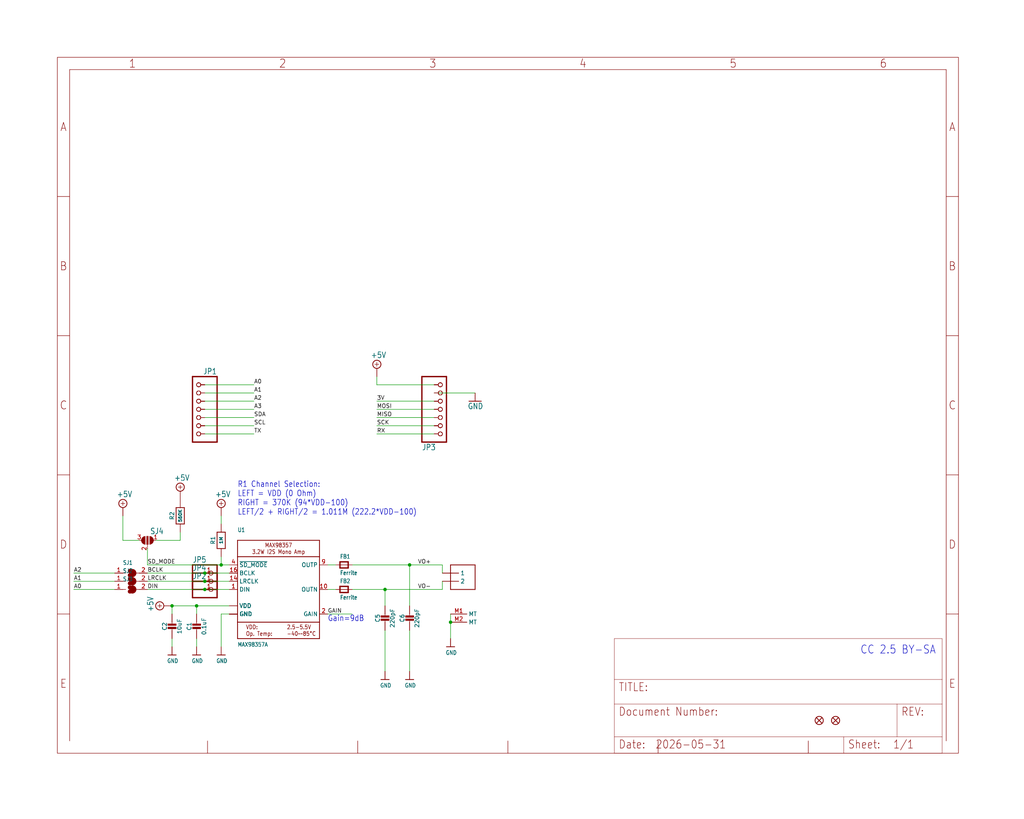
<source format=kicad_sch>
(kicad_sch (version 20230121) (generator eeschema)
  (paper "User" 317.5 254.127)
  (lib_symbols
    (symbol "working-eagle-import:+5V" (power)
      (property "Value" "+5V" (at -1.905 3.175 0))
      (symbol "+5V_1_0"
        (polyline (pts (xy -0.635 1.27) (xy 0.635 1.27)) (stroke (width 0.1524)))
        (polyline (pts (xy 0 0.635) (xy 0 1.905)) (stroke (width 0.1524)))
        (circle (center 0 1.27) (radius 1.27) (stroke (width 0.254)))
        (pin power_in line (at 0 -2.54 90) (length 2.54) (name "+5V") (number "1"))
      )
    )
    (symbol "working-eagle-import:AUDIOAMP_MAX98357"
      (property "Reference" "U" (at -12.7 17.78 0))
      (symbol "AUDIOAMP_MAX98357_1_0"
        (polyline (pts (xy -12.7 -15.24) (xy 12.7 -15.24)) (stroke (width 0.254)))
        (polyline (pts (xy -12.7 -10.16) (xy -12.7 -15.24)) (stroke (width 0.254)))
        (polyline (pts (xy -12.7 -10.16) (xy -12.7 10.16)) (stroke (width 0.254)))
        (polyline (pts (xy -12.7 10.16) (xy -12.7 15.24)) (stroke (width 0.254)))
        (polyline (pts (xy -12.7 10.16) (xy 12.7 10.16)) (stroke (width 0.254)))
        (polyline (pts (xy -12.7 15.24) (xy 12.7 15.24)) (stroke (width 0.254)))
        (polyline (pts (xy 12.7 -15.24) (xy 12.7 -10.16)) (stroke (width 0.254)))
        (polyline (pts (xy 12.7 -10.16) (xy -12.7 -10.16)) (stroke (width 0.254)))
        (polyline (pts (xy 12.7 10.16) (xy 12.7 -10.16)) (stroke (width 0.254)))
        (polyline (pts (xy 12.7 15.24) (xy 12.7 10.16)) (stroke (width 0.254)))
        (text "2.5-5.5V\n-40~~85°C" (at 2.54 -12.7 0) (effects (font (size 1.27 1.0795)) (justify left)))
        (text "MAX98357\n3.2W I2S Mono Amp" (at 0 12.7 0) (effects (font (size 1.27 1.0795))))
        (text "VDD:\nOp. Temp:" (at -10.16 -12.7 0) (effects (font (size 1.27 1.0795)) (justify left)))
        (pin bidirectional line (at -15.24 0 0) (length 2.54) (name "DIN") (number "1"))
        (pin output line (at 15.24 0 180) (length 2.54) (name "OUTN") (number "10"))
        (pin power_in line (at -15.24 -7.62 0) (length 2.54) (name "GND") (number "11"))
        (pin bidirectional line (at -15.24 2.54 0) (length 2.54) (name "LRCLK") (number "14"))
        (pin power_in line (at -15.24 -7.62 0) (length 2.54) (name "GND") (number "15"))
        (pin bidirectional line (at -15.24 5.08 0) (length 2.54) (name "BCLK") (number "16"))
        (pin bidirectional line (at 15.24 -7.62 180) (length 2.54) (name "GAIN") (number "2"))
        (pin power_in line (at -15.24 -7.62 0) (length 2.54) (name "GND") (number "3"))
        (pin bidirectional line (at -15.24 7.62 0) (length 2.54) (name "~{SD_MODE}") (number "4"))
        (pin power_in line (at -15.24 -5.08 0) (length 2.54) (name "VDD") (number "7"))
        (pin power_in line (at -15.24 -5.08 0) (length 2.54) (name "VDD") (number "8"))
        (pin output line (at 15.24 7.62 180) (length 2.54) (name "OUTP") (number "9"))
        (pin power_in line (at -15.24 -7.62 0) (length 2.54) (name "GND") (number "THERMAL"))
      )
    )
    (symbol "working-eagle-import:CAP_CERAMIC0603_NO"
      (property "Reference" "C" (at -2.29 1.25 90))
      (symbol "CAP_CERAMIC0603_NO_1_0"
        (rectangle (start -1.27 0.508) (end 1.27 1.016) (fill (type outline)))
        (rectangle (start -1.27 1.524) (end 1.27 2.032) (fill (type outline)))
        (polyline (pts (xy 0 0.762) (xy 0 0)) (stroke (width 0.1524)))
        (polyline (pts (xy 0 2.54) (xy 0 1.778)) (stroke (width 0.1524)))
        (pin passive line (at 0 5.08 270) (length 2.54) (name "1") (number "1"))
        (pin passive line (at 0 -2.54 90) (length 2.54) (name "2") (number "2"))
      )
    )
    (symbol "working-eagle-import:CAP_CERAMIC0805-NOOUTLINE"
      (property "Reference" "C" (at -2.29 1.25 90))
      (symbol "CAP_CERAMIC0805-NOOUTLINE_1_0"
        (rectangle (start -1.27 0.508) (end 1.27 1.016) (fill (type outline)))
        (rectangle (start -1.27 1.524) (end 1.27 2.032) (fill (type outline)))
        (polyline (pts (xy 0 0.762) (xy 0 0)) (stroke (width 0.1524)))
        (polyline (pts (xy 0 2.54) (xy 0 1.778)) (stroke (width 0.1524)))
        (pin passive line (at 0 5.08 270) (length 2.54) (name "1") (number "1"))
        (pin passive line (at 0 -2.54 90) (length 2.54) (name "2") (number "2"))
      )
    )
    (symbol "working-eagle-import:CON_MOLEX_2P"
      (symbol "CON_MOLEX_2P_1_0"
        (polyline (pts (xy -2.54 -2.54) (xy 5.08 -2.54)) (stroke (width 0.254)))
        (polyline (pts (xy -2.54 5.08) (xy -2.54 -2.54)) (stroke (width 0.254)))
        (polyline (pts (xy 5.08 -2.54) (xy 5.08 5.08)) (stroke (width 0.254)))
        (polyline (pts (xy 5.08 5.08) (xy -2.54 5.08)) (stroke (width 0.254)))
        (pin passive line (at -5.08 2.54 0) (length 5.08) (name "1") (number "1"))
        (pin passive line (at -5.08 0 0) (length 5.08) (name "2") (number "2"))
      )
      (symbol "CON_MOLEX_2P_2_0"
        (pin bidirectional line (at 0 0 0) (length 5.08) (name "MT") (number "M1"))
      )
      (symbol "CON_MOLEX_2P_3_0"
        (pin bidirectional line (at 0 0 0) (length 5.08) (name "MT") (number "M2"))
      )
    )
    (symbol "working-eagle-import:FERRITE-0603NO"
      (property "Reference" "FB" (at -1.27 1.905 0))
      (symbol "FERRITE-0603NO_1_0"
        (polyline (pts (xy -1.27 -0.9525) (xy -1.27 0.9525)) (stroke (width 0.4064)))
        (polyline (pts (xy -1.27 0.9525) (xy 1.27 0.9525)) (stroke (width 0.4064)))
        (polyline (pts (xy 1.27 -0.9525) (xy -1.27 -0.9525)) (stroke (width 0.4064)))
        (polyline (pts (xy 1.27 0.9525) (xy 1.27 -0.9525)) (stroke (width 0.4064)))
        (pin passive line (at -2.54 0 0) (length 2.54) (name "P$1") (number "1"))
        (pin passive line (at 2.54 0 180) (length 2.54) (name "P$2") (number "2"))
      )
    )
    (symbol "working-eagle-import:FIDUCIAL_1MM"
      (symbol "FIDUCIAL_1MM_1_0"
        (polyline (pts (xy -0.762 0.762) (xy 0.762 -0.762)) (stroke (width 0.254)))
        (polyline (pts (xy 0.762 0.762) (xy -0.762 -0.762)) (stroke (width 0.254)))
        (circle (center 0 0) (radius 1.27) (stroke (width 0.254)))
      )
    )
    (symbol "working-eagle-import:FRAME_A_L"
      (symbol "FRAME_A_L_1_0"
        (polyline (pts (xy 0 43.18) (xy 3.81 43.18)))
        (polyline (pts (xy 0 86.36) (xy 3.81 86.36)))
        (polyline (pts (xy 0 129.54) (xy 3.81 129.54)))
        (polyline (pts (xy 0 172.72) (xy 3.81 172.72)))
        (polyline (pts (xy 3.81 3.81) (xy 3.81 212.09)))
        (polyline (pts (xy 46.5667 0) (xy 46.5667 3.81)))
        (polyline (pts (xy 93.1333 0) (xy 93.1333 3.81)))
        (polyline (pts (xy 139.7 0) (xy 139.7 3.81)))
        (polyline (pts (xy 186.2667 0) (xy 186.2667 3.81)))
        (polyline (pts (xy 232.8333 0) (xy 232.8333 3.81)))
        (polyline (pts (xy 275.59 3.81) (xy 275.59 212.09)))
        (polyline (pts (xy 275.59 43.18) (xy 279.4 43.18)))
        (polyline (pts (xy 275.59 86.36) (xy 279.4 86.36)))
        (polyline (pts (xy 275.59 129.54) (xy 279.4 129.54)))
        (polyline (pts (xy 275.59 172.72) (xy 279.4 172.72)))
        (polyline (pts (xy 275.59 212.09) (xy 3.81 212.09)))
        (polyline (pts (xy 0 0) (xy 279.4 0) (xy 279.4 215.9) (xy 0 215.9) (xy 0 0)))
        (text "1" (at 23.2833 213.995 0) (effects (font (size 2.54 2.286))))
        (text "2" (at 69.85 213.995 0) (effects (font (size 2.54 2.286))))
        (text "3" (at 116.4167 213.995 0) (effects (font (size 2.54 2.286))))
        (text "4" (at 162.9833 213.995 0) (effects (font (size 2.54 2.286))))
        (text "5" (at 209.55 213.995 0) (effects (font (size 2.54 2.286))))
        (text "6" (at 256.1167 213.995 0) (effects (font (size 2.54 2.286))))
        (text "A" (at 1.905 194.31 0) (effects (font (size 2.54 2.286))))
        (text "A" (at 277.495 194.31 0) (effects (font (size 2.54 2.286))))
        (text "B" (at 1.905 151.13 0) (effects (font (size 2.54 2.286))))
        (text "B" (at 277.495 151.13 0) (effects (font (size 2.54 2.286))))
        (text "C" (at 1.905 107.95 0) (effects (font (size 2.54 2.286))))
        (text "C" (at 277.495 107.95 0) (effects (font (size 2.54 2.286))))
        (text "D" (at 1.905 64.77 0) (effects (font (size 2.54 2.286))))
        (text "D" (at 277.495 64.77 0) (effects (font (size 2.54 2.286))))
        (text "E" (at 1.905 21.59 0) (effects (font (size 2.54 2.286))))
        (text "E" (at 277.495 21.59 0) (effects (font (size 2.54 2.286))))
      )
      (symbol "FRAME_A_L_2_0"
        (polyline (pts (xy 0 0) (xy 0 5.08)) (stroke (width 0.1016)))
        (polyline (pts (xy 0 0) (xy 71.12 0)) (stroke (width 0.1016)))
        (polyline (pts (xy 0 5.08) (xy 0 15.24)) (stroke (width 0.1016)))
        (polyline (pts (xy 0 5.08) (xy 71.12 5.08)) (stroke (width 0.1016)))
        (polyline (pts (xy 0 15.24) (xy 0 22.86)) (stroke (width 0.1016)))
        (polyline (pts (xy 0 22.86) (xy 0 35.56)) (stroke (width 0.1016)))
        (polyline (pts (xy 0 22.86) (xy 101.6 22.86)) (stroke (width 0.1016)))
        (polyline (pts (xy 71.12 0) (xy 101.6 0)) (stroke (width 0.1016)))
        (polyline (pts (xy 71.12 5.08) (xy 71.12 0)) (stroke (width 0.1016)))
        (polyline (pts (xy 71.12 5.08) (xy 87.63 5.08)) (stroke (width 0.1016)))
        (polyline (pts (xy 87.63 5.08) (xy 101.6 5.08)) (stroke (width 0.1016)))
        (polyline (pts (xy 87.63 15.24) (xy 0 15.24)) (stroke (width 0.1016)))
        (polyline (pts (xy 87.63 15.24) (xy 87.63 5.08)) (stroke (width 0.1016)))
        (polyline (pts (xy 101.6 5.08) (xy 101.6 0)) (stroke (width 0.1016)))
        (polyline (pts (xy 101.6 15.24) (xy 87.63 15.24)) (stroke (width 0.1016)))
        (polyline (pts (xy 101.6 15.24) (xy 101.6 5.08)) (stroke (width 0.1016)))
        (polyline (pts (xy 101.6 22.86) (xy 101.6 15.24)) (stroke (width 0.1016)))
        (polyline (pts (xy 101.6 35.56) (xy 0 35.56)) (stroke (width 0.1016)))
        (polyline (pts (xy 101.6 35.56) (xy 101.6 22.86)) (stroke (width 0.1016)))
        (text "${#}/${##}" (at 86.36 1.27 0) (effects (font (size 2.54 2.159)) (justify left bottom)))
        (text "${CURRENT_DATE}" (at 12.7 1.27 0) (effects (font (size 2.54 2.159)) (justify left bottom)))
        (text "${PROJECTNAME}" (at 17.78 19.05 0) (effects (font (size 2.54 2.159)) (justify left bottom)))
        (text "Date:" (at 1.27 1.27 0) (effects (font (size 2.54 2.159)) (justify left bottom)))
        (text "Document Number:" (at 1.27 11.43 0) (effects (font (size 2.54 2.159)) (justify left bottom)))
        (text "REV:" (at 88.9 11.43 0) (effects (font (size 2.54 2.159)) (justify left bottom)))
        (text "Sheet:" (at 72.39 1.27 0) (effects (font (size 2.54 2.159)) (justify left bottom)))
        (text "TITLE:" (at 1.27 19.05 0) (effects (font (size 2.54 2.159)) (justify left bottom)))
      )
    )
    (symbol "working-eagle-import:GND" (power)
      (property "Value" "GND" (at -2.54 -2.54 0))
      (symbol "GND_1_0"
        (polyline (pts (xy -1.905 0) (xy 1.905 0)) (stroke (width 0.254)))
        (pin power_in line (at 0 2.54 270) (length 2.54) (name "GND") (number "1"))
      )
    )
    (symbol "working-eagle-import:HEADER-1X12MM"
      (property "Reference" "JP" (at -6.35 3.175 0))
      (symbol "HEADER-1X12MM_1_0"
        (polyline (pts (xy -6.35 -2.54) (xy 1.27 -2.54)) (stroke (width 0.4064)))
        (polyline (pts (xy -6.35 2.54) (xy -6.35 -2.54)) (stroke (width 0.4064)))
        (polyline (pts (xy 1.27 -2.54) (xy 1.27 2.54)) (stroke (width 0.4064)))
        (polyline (pts (xy 1.27 2.54) (xy -6.35 2.54)) (stroke (width 0.4064)))
        (pin passive inverted (at -2.54 0 0) (length 2.54) (name "1") (number "1"))
      )
    )
    (symbol "working-eagle-import:HEADER-1X7_CASTEL"
      (property "Reference" "JP" (at -6.35 10.795 0))
      (symbol "HEADER-1X7_CASTEL_1_0"
        (polyline (pts (xy -6.35 -10.16) (xy 1.27 -10.16)) (stroke (width 0.4064)))
        (polyline (pts (xy -6.35 10.16) (xy -6.35 -10.16)) (stroke (width 0.4064)))
        (polyline (pts (xy 1.27 -10.16) (xy 1.27 10.16)) (stroke (width 0.4064)))
        (polyline (pts (xy 1.27 10.16) (xy -6.35 10.16)) (stroke (width 0.4064)))
        (pin passive inverted (at -2.54 7.62 0) (length 2.54) (name "1") (number "1"))
        (pin passive inverted (at -2.54 7.62 0) (length 2.54) (name "1") (number "1C"))
        (pin passive inverted (at -2.54 5.08 0) (length 2.54) (name "2") (number "2"))
        (pin passive inverted (at -2.54 5.08 0) (length 2.54) (name "2") (number "2C"))
        (pin passive inverted (at -2.54 2.54 0) (length 2.54) (name "3") (number "3"))
        (pin passive inverted (at -2.54 2.54 0) (length 2.54) (name "3") (number "3C"))
        (pin passive inverted (at -2.54 0 0) (length 2.54) (name "4") (number "4"))
        (pin passive inverted (at -2.54 0 0) (length 2.54) (name "4") (number "4C"))
        (pin passive inverted (at -2.54 -2.54 0) (length 2.54) (name "5") (number "5"))
        (pin passive inverted (at -2.54 -2.54 0) (length 2.54) (name "5") (number "5C"))
        (pin passive inverted (at -2.54 -5.08 0) (length 2.54) (name "6") (number "6"))
        (pin passive inverted (at -2.54 -5.08 0) (length 2.54) (name "6") (number "6C"))
        (pin passive inverted (at -2.54 -7.62 0) (length 2.54) (name "7") (number "7"))
        (pin passive inverted (at -2.54 -7.62 0) (length 2.54) (name "7") (number "7C"))
      )
    )
    (symbol "working-eagle-import:RESISTOR_0603_NOOUT"
      (property "Reference" "R" (at 0 2.54 0))
      (symbol "RESISTOR_0603_NOOUT_1_0"
        (polyline (pts (xy -2.54 -1.27) (xy -2.54 1.27)) (stroke (width 0.254)))
        (polyline (pts (xy -2.54 1.27) (xy 2.54 1.27)) (stroke (width 0.254)))
        (polyline (pts (xy 2.54 -1.27) (xy -2.54 -1.27)) (stroke (width 0.254)))
        (polyline (pts (xy 2.54 1.27) (xy 2.54 -1.27)) (stroke (width 0.254)))
        (pin passive line (at -5.08 0 0) (length 2.54) (name "1") (number "1"))
        (pin passive line (at 5.08 0 180) (length 2.54) (name "2") (number "2"))
      )
    )
    (symbol "working-eagle-import:SOLDERJUMPERCLOSED"
      (property "Reference" "SJ" (at -2.54 2.54 0))
      (symbol "SOLDERJUMPERCLOSED_1_0"
        (arc (start -0.381 -0.635) (mid 0.2541 -0.0001) (end -0.3808 0.635) (stroke (width 1.27)))
        (polyline (pts (xy -2.54 0) (xy -1.651 0)) (stroke (width 0.1524)))
        (polyline (pts (xy 2.54 0) (xy 1.651 0)) (stroke (width 0.1524)))
        (arc (start 0.3808 -0.635) (mid 1.0132 -0.0001) (end 0.381 0.635) (stroke (width 1.27)))
        (pin passive line (at -5.08 0 0) (length 2.54) (name "1") (number "1"))
        (pin passive line (at 5.08 0 180) (length 2.54) (name "2") (number "2"))
      )
    )
    (symbol "working-eagle-import:SOLDERJUMPER_2WAY"
      (property "Reference" "SJ" (at -5.08 -3.81 0))
      (symbol "SOLDERJUMPER_2WAY_1_0"
        (arc (start -0.635 1.27) (mid -1.8995 0) (end -0.635 -1.27) (stroke (width 0.0001)) (fill (type outline)))
        (rectangle (start -0.254 -1.27) (end 0.254 1.27) (fill (type outline)))
        (polyline (pts (xy -2.54 0) (xy -1.651 0)) (stroke (width 0.1524)))
        (polyline (pts (xy 0 2.54) (xy 0 0.381)) (stroke (width 0.1524)))
        (polyline (pts (xy 2.54 0) (xy 1.651 0)) (stroke (width 0.1524)))
        (arc (start 0.635 -1.27) (mid 1.8995 0) (end 0.635 1.27) (stroke (width 0.0001)) (fill (type outline)))
        (pin passive line (at -2.54 0 0) (length 0) (name "1") (number "1"))
        (pin passive line (at 0 2.54 270) (length 0) (name "2") (number "2"))
        (pin passive line (at 2.54 0 180) (length 0) (name "3") (number "3"))
      )
    )
    (symbol "working-eagle-import:microbuilder_GND" (power)
      (property "Value" "microbuilder_GND" (at -1.524 -2.54 0))
      (symbol "microbuilder_GND_1_0"
        (polyline (pts (xy -1.27 0) (xy 1.27 0)) (stroke (width 0.254)))
        (pin power_in line (at 0 2.54 270) (length 2.54) (name "GND") (number "1"))
      )
    )
  )
  (junction (at 63.5 177.8))
  (junction (at 63.5 180.34))
  (junction (at 68.58 175.26))
  (junction (at 119.38 182.88))
  (junction (at 127 175.26))
  (junction (at 60.96 187.96))
  (junction (at 139.7 193.04))
  (junction (at 53.34 187.96))
  (junction (at 63.5 182.88))
  (wire (pts (xy 71.12 182.88) (xy 63.5 182.88)) (stroke (width 0.1524)))
  (wire (pts (xy 43.18 167.64) (xy 38.1 167.64)) (stroke (width 0.1524)))
  (wire (pts (xy 137.16 175.26) (xy 137.16 177.8)) (stroke (width 0.1524)))
  (wire (pts (xy 68.58 162.56) (xy 68.58 160.02)) (stroke (width 0.1524)))
  (wire (pts (xy 71.12 175.26) (xy 68.58 175.26)) (stroke (width 0.1524)))
  (wire (pts (xy 60.96 187.96) (xy 53.34 187.96)) (stroke (width 0.1524)))
  (wire (pts (xy 116.84 119.38) (xy 116.84 116.84)) (stroke (width 0.1524)))
  (wire (pts (xy 55.88 167.64) (xy 55.88 165.1)) (stroke (width 0.1524)))
  (wire (pts (xy 109.22 182.88) (xy 119.38 182.88)) (stroke (width 0.1524)))
  (wire (pts (xy 137.16 182.88) (xy 137.16 180.34)) (stroke (width 0.1524)))
  (wire (pts (xy 101.6 182.88) (xy 104.14 182.88)) (stroke (width 0.1524)))
  (wire (pts (xy 63.5 132.08) (xy 78.74 132.08)) (stroke (width 0.1524)))
  (wire (pts (xy 78.74 134.62) (xy 63.5 134.62)) (stroke (width 0.1524)))
  (wire (pts (xy 63.5 121.92) (xy 78.74 121.92)) (stroke (width 0.1524)))
  (wire (pts (xy 109.22 175.26) (xy 127 175.26)) (stroke (width 0.1524)))
  (wire (pts (xy 119.38 182.88) (xy 119.38 187.96)) (stroke (width 0.1524)))
  (wire (pts (xy 35.56 177.8) (xy 22.86 177.8)) (stroke (width 0.1524)))
  (wire (pts (xy 22.86 180.34) (xy 35.56 180.34)) (stroke (width 0.1524)))
  (wire (pts (xy 48.26 167.64) (xy 55.88 167.64)) (stroke (width 0.1524)))
  (wire (pts (xy 71.12 187.96) (xy 60.96 187.96)) (stroke (width 0.1524)))
  (wire (pts (xy 35.56 182.88) (xy 22.86 182.88)) (stroke (width 0.1524)))
  (wire (pts (xy 134.62 129.54) (xy 116.84 129.54)) (stroke (width 0.1524)))
  (wire (pts (xy 63.5 177.8) (xy 45.72 177.8)) (stroke (width 0.1524)))
  (wire (pts (xy 127 175.26) (xy 127 187.96)) (stroke (width 0.1524)))
  (wire (pts (xy 127 195.58) (xy 127 208.28)) (stroke (width 0.1524)))
  (wire (pts (xy 45.72 175.26) (xy 45.72 170.18)) (stroke (width 0.1524)))
  (wire (pts (xy 119.38 195.58) (xy 119.38 208.28)) (stroke (width 0.1524)))
  (wire (pts (xy 71.12 180.34) (xy 63.5 180.34)) (stroke (width 0.1524)))
  (wire (pts (xy 134.62 134.62) (xy 116.84 134.62)) (stroke (width 0.1524)))
  (wire (pts (xy 53.34 198.12) (xy 53.34 200.66)) (stroke (width 0.1524)))
  (wire (pts (xy 139.7 193.04) (xy 139.7 198.12)) (stroke (width 0.1524)))
  (wire (pts (xy 60.96 190.5) (xy 60.96 187.96)) (stroke (width 0.1524)))
  (wire (pts (xy 78.74 129.54) (xy 63.5 129.54)) (stroke (width 0.1524)))
  (wire (pts (xy 134.62 124.46) (xy 116.84 124.46)) (stroke (width 0.1524)))
  (wire (pts (xy 134.62 119.38) (xy 116.84 119.38)) (stroke (width 0.1524)))
  (wire (pts (xy 78.74 124.46) (xy 63.5 124.46)) (stroke (width 0.1524)))
  (wire (pts (xy 101.6 190.5) (xy 109.22 190.5)) (stroke (width 0.1524)))
  (wire (pts (xy 101.6 175.26) (xy 104.14 175.26)) (stroke (width 0.1524)))
  (wire (pts (xy 116.84 132.08) (xy 134.62 132.08)) (stroke (width 0.1524)))
  (wire (pts (xy 60.96 198.12) (xy 60.96 200.66)) (stroke (width 0.1524)))
  (wire (pts (xy 53.34 190.5) (xy 53.34 187.96)) (stroke (width 0.1524)))
  (wire (pts (xy 134.62 121.92) (xy 147.32 121.92)) (stroke (width 0.1524)))
  (wire (pts (xy 63.5 182.88) (xy 45.72 182.88)) (stroke (width 0.1524)))
  (wire (pts (xy 68.58 175.26) (xy 45.72 175.26)) (stroke (width 0.1524)))
  (wire (pts (xy 116.84 127) (xy 134.62 127)) (stroke (width 0.1524)))
  (wire (pts (xy 71.12 190.5) (xy 68.58 190.5)) (stroke (width 0.1524)))
  (wire (pts (xy 139.7 190.5) (xy 139.7 193.04)) (stroke (width 0.1524)))
  (wire (pts (xy 63.5 119.38) (xy 78.74 119.38)) (stroke (width 0.1524)))
  (wire (pts (xy 63.5 127) (xy 78.74 127)) (stroke (width 0.1524)))
  (wire (pts (xy 38.1 167.64) (xy 38.1 160.02)) (stroke (width 0.1524)))
  (wire (pts (xy 68.58 190.5) (xy 68.58 200.66)) (stroke (width 0.1524)))
  (wire (pts (xy 63.5 180.34) (xy 45.72 180.34)) (stroke (width 0.1524)))
  (wire (pts (xy 119.38 182.88) (xy 137.16 182.88)) (stroke (width 0.1524)))
  (wire (pts (xy 68.58 175.26) (xy 68.58 172.72)) (stroke (width 0.1524)))
  (wire (pts (xy 71.12 177.8) (xy 63.5 177.8)) (stroke (width 0.1524)))
  (wire (pts (xy 127 175.26) (xy 137.16 175.26)) (stroke (width 0.1524)))
  (text "CC 2.5 BY-SA" (at 266.7 203.2 0) (effects (font (size 2.54 2.159)) (justify left bottom)))
  (text "Gain=9dB" (at 101.6 193.04 0) (effects (font (size 1.778 1.5113)) (justify left bottom)))
  (text "R1 Channel Selection:\nLEFT = VDD (0 Ohm)\nRIGHT = 370K (94*VDD-100)\nLEFT/2 + RIGHT/2 = 1.011M (222.2*VDD-100)" (at 73.66 160.02 0) (effects (font (size 1.778 1.5113)) (justify left bottom)))
  (label "LRCLK" (at 45.72 180.34 0) (effects (font (size 1.2446 1.2446))))
  (label "A1" (at 22.86 180.34 0) (effects (font (size 1.2446 1.2446))))
  (label "GAIN" (at 101.6 190.5 0) (effects (font (size 1.2446 1.2446))))
  (label "VO-" (at 129.54 182.88 0) (effects (font (size 1.2446 1.2446))))
  (label "A2" (at 22.86 177.8 0) (effects (font (size 1.2446 1.2446))))
  (label "BCLK" (at 45.72 177.8 0) (effects (font (size 1.2446 1.2446))))
  (label "MISO" (at 116.84 129.54 0) (effects (font (size 1.2446 1.2446))))
  (label "SCL" (at 78.74 132.08 0) (effects (font (size 1.2446 1.2446))))
  (label "A0" (at 78.74 119.38 0) (effects (font (size 1.2446 1.2446))))
  (label "VO+" (at 129.54 175.26 0) (effects (font (size 1.2446 1.2446))))
  (label "A2" (at 78.74 124.46 0) (effects (font (size 1.2446 1.2446))))
  (label "A0" (at 22.86 182.88 0) (effects (font (size 1.2446 1.2446))))
  (label "TX" (at 78.74 134.62 0) (effects (font (size 1.2446 1.2446))))
  (label "SDA" (at 78.74 129.54 0) (effects (font (size 1.2446 1.2446))))
  (label "A3" (at 78.74 127 0) (effects (font (size 1.2446 1.2446))))
  (label "3V" (at 116.84 124.46 0) (effects (font (size 1.2446 1.2446))))
  (label "MOSI" (at 116.84 127 0) (effects (font (size 1.2446 1.2446))))
  (label "RX" (at 116.84 134.62 0) (effects (font (size 1.2446 1.2446))))
  (label "SCK" (at 116.84 132.08 0) (effects (font (size 1.2446 1.2446))))
  (label "DIN" (at 45.72 182.88 0) (effects (font (size 1.2446 1.2446))))
  (label "A1" (at 78.74 121.92 0) (effects (font (size 1.2446 1.2446))))
  (label "SD_MODE" (at 45.72 175.26 0) (effects (font (size 1.2446 1.2446))))
  (symbol (lib_id "working-eagle-import:microbuilder_GND") (at 127 210.82 0) (unit 1)
    (property "Reference" "#U$13" (effects hide))
    (property "Value" "GND" (at 125.476 213.36 0) (effects (font (size 1.27 1.0795)) (justify left bottom)))
  )
  (symbol (lib_id "working-eagle-import:HEADER-1X12MM") (at 66.04 182.88 0) (unit 1)
    (property "Reference" "JP2" (at 59.69 179.705 0) (effects (font (size 1.778 1.5113)) (justify left bottom)))
    (property "Value" "HEADER-1X12MM" (effects hide))
    (property "Footprint" "working:1X01_2MM" (effects hide))
  )
  (symbol (lib_id "working-eagle-import:+5V") (at 68.58 157.48 0) (unit 1)
    (property "Reference" "#SUPPLY1" (effects hide))
    (property "Value" "+5V" (at 66.675 154.305 0) (effects (font (size 1.778 1.5113)) (justify left bottom)))
  )
  (symbol (lib_id "working-eagle-import:FRAME_A_L") (at 190.5 233.68 0) (unit 2)
    (property "Reference" "#FRAME1" (effects hide))
    (property "Value" "FRAME_A_L" (effects hide))
  )
  (symbol (lib_id "working-eagle-import:+5V") (at 116.84 114.3 0) (unit 1)
    (property "Reference" "#SUPPLY3" (effects hide))
    (property "Value" "+5V" (at 114.935 111.125 0) (effects (font (size 1.778 1.5113)) (justify left bottom)))
  )
  (symbol (lib_id "working-eagle-import:RESISTOR_0603_NOOUT") (at 68.58 167.64 90) (unit 1)
    (property "Reference" "R1" (at 66.04 167.64 0))
    (property "Value" "1M" (at 68.58 167.64 0) (effects (font (size 1.016 1.016) bold)))
    (property "Footprint" "working:0603-NO" (effects hide))
  )
  (symbol (lib_id "working-eagle-import:+5V") (at 55.88 152.4 0) (unit 1)
    (property "Reference" "#SUPPLY5" (effects hide))
    (property "Value" "+5V" (at 53.975 149.225 0) (effects (font (size 1.778 1.5113)) (justify left bottom)))
  )
  (symbol (lib_id "working-eagle-import:+5V") (at 38.1 157.48 0) (unit 1)
    (property "Reference" "#SUPPLY4" (effects hide))
    (property "Value" "+5V" (at 36.195 154.305 0) (effects (font (size 1.778 1.5113)) (justify left bottom)))
  )
  (symbol (lib_id "working-eagle-import:FERRITE-0603NO") (at 106.68 182.88 0) (unit 1)
    (property "Reference" "FB2" (at 105.41 180.975 0) (effects (font (size 1.27 1.0795)) (justify left bottom)))
    (property "Value" "Ferrite" (at 105.41 186.055 0) (effects (font (size 1.27 1.0795)) (justify left bottom)))
    (property "Footprint" "working:0603-NO" (effects hide))
  )
  (symbol (lib_id "working-eagle-import:CAP_CERAMIC0603_NO") (at 119.38 193.04 0) (unit 1)
    (property "Reference" "C5" (at 117.09 191.79 90))
    (property "Value" "220pF" (at 121.68 191.79 90))
    (property "Footprint" "working:0603-NO" (effects hide))
  )
  (symbol (lib_id "working-eagle-import:FIDUCIAL_1MM") (at 259.08 223.52 0) (unit 1)
    (property "Reference" "U$6" (effects hide))
    (property "Value" "FIDUCIAL_1MM" (effects hide))
    (property "Footprint" "working:FIDUCIAL_1MM" (effects hide))
  )
  (symbol (lib_id "working-eagle-import:microbuilder_GND") (at 53.34 203.2 0) (unit 1)
    (property "Reference" "#U$9" (effects hide))
    (property "Value" "GND" (at 51.816 205.74 0) (effects (font (size 1.27 1.0795)) (justify left bottom)))
  )
  (symbol (lib_id "working-eagle-import:HEADER-1X7_CASTEL") (at 60.96 127 0) (mirror y) (unit 1)
    (property "Reference" "JP1" (at 67.31 116.205 0) (effects (font (size 1.778 1.5113)) (justify left bottom)))
    (property "Value" "HEADER-1X7_CASTEL" (effects hide))
    (property "Footprint" "working:1X07_CASTEL" (effects hide))
  )
  (symbol (lib_id "working-eagle-import:RESISTOR_0603_NOOUT") (at 55.88 160.02 90) (unit 1)
    (property "Reference" "R2" (at 53.34 160.02 0))
    (property "Value" "560K" (at 55.88 160.02 0) (effects (font (size 1.016 1.016) bold)))
    (property "Footprint" "working:0603-NO" (effects hide))
  )
  (symbol (lib_id "working-eagle-import:microbuilder_GND") (at 139.7 200.66 0) (unit 1)
    (property "Reference" "#U$5" (effects hide))
    (property "Value" "GND" (at 138.176 203.2 0) (effects (font (size 1.27 1.0795)) (justify left bottom)))
  )
  (symbol (lib_id "working-eagle-import:microbuilder_GND") (at 60.96 203.2 0) (unit 1)
    (property "Reference" "#U$7" (effects hide))
    (property "Value" "GND" (at 59.436 205.74 0) (effects (font (size 1.27 1.0795)) (justify left bottom)))
  )
  (symbol (lib_id "working-eagle-import:FIDUCIAL_1MM") (at 254 223.52 0) (unit 1)
    (property "Reference" "U$8" (effects hide))
    (property "Value" "FIDUCIAL_1MM" (effects hide))
    (property "Footprint" "working:FIDUCIAL_1MM" (effects hide))
  )
  (symbol (lib_id "working-eagle-import:HEADER-1X7_CASTEL") (at 137.16 127 0) (mirror x) (unit 1)
    (property "Reference" "JP3" (at 130.81 137.795 0) (effects (font (size 1.778 1.5113)) (justify left bottom)))
    (property "Value" "HEADER-1X7_CASTEL" (effects hide))
    (property "Footprint" "working:1X07_CASTEL" (effects hide))
  )
  (symbol (lib_id "working-eagle-import:AUDIOAMP_MAX98357") (at 86.36 182.88 0) (unit 1)
    (property "Reference" "U1" (at 73.66 165.1 0) (effects (font (size 1.27 1.0795)) (justify left bottom)))
    (property "Value" "MAX98357A" (at 73.66 200.66 0) (effects (font (size 1.27 1.0795)) (justify left bottom)))
    (property "Footprint" "working:QFN16_3MM" (effects hide))
  )
  (symbol (lib_id "working-eagle-import:microbuilder_GND") (at 119.38 210.82 0) (unit 1)
    (property "Reference" "#U$10" (effects hide))
    (property "Value" "GND" (at 117.856 213.36 0) (effects (font (size 1.27 1.0795)) (justify left bottom)))
  )
  (symbol (lib_id "working-eagle-import:SOLDERJUMPER_2WAY") (at 45.72 167.64 180) (unit 1)
    (property "Reference" "SJ4" (at 50.8 163.83 0) (effects (font (size 1.778 1.5113)) (justify left bottom)))
    (property "Value" "SOLDERJUMPER_2WAY" (effects hide))
    (property "Footprint" "working:SOLDERJUMPER_2WAY_OPEN_NOPASTE" (effects hide))
  )
  (symbol (lib_id "working-eagle-import:SOLDERJUMPERCLOSED") (at 40.64 182.88 0) (unit 1)
    (property "Reference" "SJ3" (at 38.1 180.34 0) (effects (font (size 1.27 1.0795)) (justify left bottom)))
    (property "Value" "SOLDERJUMPERCLOSED" (effects hide))
    (property "Footprint" "working:SOLDERJUMPER_CLOSEDWIRE" (effects hide))
  )
  (symbol (lib_id "working-eagle-import:HEADER-1X12MM") (at 66.04 180.34 0) (unit 1)
    (property "Reference" "JP4" (at 59.69 177.165 0) (effects (font (size 1.778 1.5113)) (justify left bottom)))
    (property "Value" "HEADER-1X12MM" (effects hide))
    (property "Footprint" "working:1X01_2MM" (effects hide))
  )
  (symbol (lib_id "working-eagle-import:CON_MOLEX_2P") (at 142.24 180.34 0) (unit 1)
    (property "Reference" "U$1" (effects hide))
    (property "Value" "CON_MOLEX_2P" (effects hide))
    (property "Footprint" "working:53398-0271" (effects hide))
  )
  (symbol (lib_id "working-eagle-import:GND") (at 147.32 124.46 0) (mirror y) (unit 1)
    (property "Reference" "#GND2" (effects hide))
    (property "Value" "GND" (at 149.86 127 0) (effects (font (size 1.778 1.5113)) (justify left bottom)))
  )
  (symbol (lib_id "working-eagle-import:FRAME_A_L") (at 17.78 233.68 0) (unit 1)
    (property "Reference" "#FRAME1" (effects hide))
    (property "Value" "FRAME_A_L" (effects hide))
  )
  (symbol (lib_id "working-eagle-import:CAP_CERAMIC0603_NO") (at 127 193.04 0) (unit 1)
    (property "Reference" "C6" (at 124.71 191.79 90))
    (property "Value" "220pF" (at 129.3 191.79 90))
    (property "Footprint" "working:0603-NO" (effects hide))
  )
  (symbol (lib_id "working-eagle-import:CON_MOLEX_2P") (at 139.7 190.5 0) (unit 2)
    (property "Reference" "U$1" (effects hide))
    (property "Value" "CON_MOLEX_2P" (effects hide))
    (property "Footprint" "working:53398-0271" (effects hide))
  )
  (symbol (lib_id "working-eagle-import:CAP_CERAMIC0805-NOOUTLINE") (at 53.34 195.58 0) (unit 1)
    (property "Reference" "C2" (at 51.05 194.33 90))
    (property "Value" "10uF" (at 55.64 194.33 90))
    (property "Footprint" "working:0805-NO" (effects hide))
  )
  (symbol (lib_id "working-eagle-import:microbuilder_GND") (at 68.58 203.2 0) (unit 1)
    (property "Reference" "#U$4" (effects hide))
    (property "Value" "GND" (at 67.056 205.74 0) (effects (font (size 1.27 1.0795)) (justify left bottom)))
  )
  (symbol (lib_id "working-eagle-import:FERRITE-0603NO") (at 106.68 175.26 0) (unit 1)
    (property "Reference" "FB1" (at 105.41 173.355 0) (effects (font (size 1.27 1.0795)) (justify left bottom)))
    (property "Value" "Ferrite" (at 105.41 178.435 0) (effects (font (size 1.27 1.0795)) (justify left bottom)))
    (property "Footprint" "working:0603-NO" (effects hide))
  )
  (symbol (lib_id "working-eagle-import:CAP_CERAMIC0603_NO") (at 60.96 195.58 0) (unit 1)
    (property "Reference" "C1" (at 58.67 194.33 90))
    (property "Value" "0.1uF" (at 63.26 194.33 90))
    (property "Footprint" "working:0603-NO" (effects hide))
  )
  (symbol (lib_id "working-eagle-import:CON_MOLEX_2P") (at 139.7 193.04 0) (unit 3)
    (property "Reference" "U$1" (effects hide))
    (property "Value" "CON_MOLEX_2P" (effects hide))
    (property "Footprint" "working:53398-0271" (effects hide))
  )
  (symbol (lib_id "working-eagle-import:HEADER-1X12MM") (at 66.04 177.8 0) (unit 1)
    (property "Reference" "JP5" (at 59.69 174.625 0) (effects (font (size 1.778 1.5113)) (justify left bottom)))
    (property "Value" "HEADER-1X12MM" (effects hide))
    (property "Footprint" "working:1X01_2MM" (effects hide))
  )
  (symbol (lib_id "working-eagle-import:SOLDERJUMPERCLOSED") (at 40.64 180.34 0) (unit 1)
    (property "Reference" "SJ2" (at 38.1 177.8 0) (effects (font (size 1.27 1.0795)) (justify left bottom)))
    (property "Value" "SOLDERJUMPERCLOSED" (effects hide))
    (property "Footprint" "working:SOLDERJUMPER_CLOSEDWIRE" (effects hide))
  )
  (symbol (lib_id "working-eagle-import:+5V") (at 50.8 187.96 90) (unit 1)
    (property "Reference" "#SUPPLY2" (effects hide))
    (property "Value" "+5V" (at 47.625 189.865 0) (effects (font (size 1.778 1.5113)) (justify left bottom)))
  )
  (symbol (lib_id "working-eagle-import:SOLDERJUMPERCLOSED") (at 40.64 177.8 0) (unit 1)
    (property "Reference" "SJ1" (at 38.1 175.26 0) (effects (font (size 1.27 1.0795)) (justify left bottom)))
    (property "Value" "SOLDERJUMPERCLOSED" (effects hide))
    (property "Footprint" "working:SOLDERJUMPER_CLOSEDWIRE" (effects hide))
  )
)
</source>
